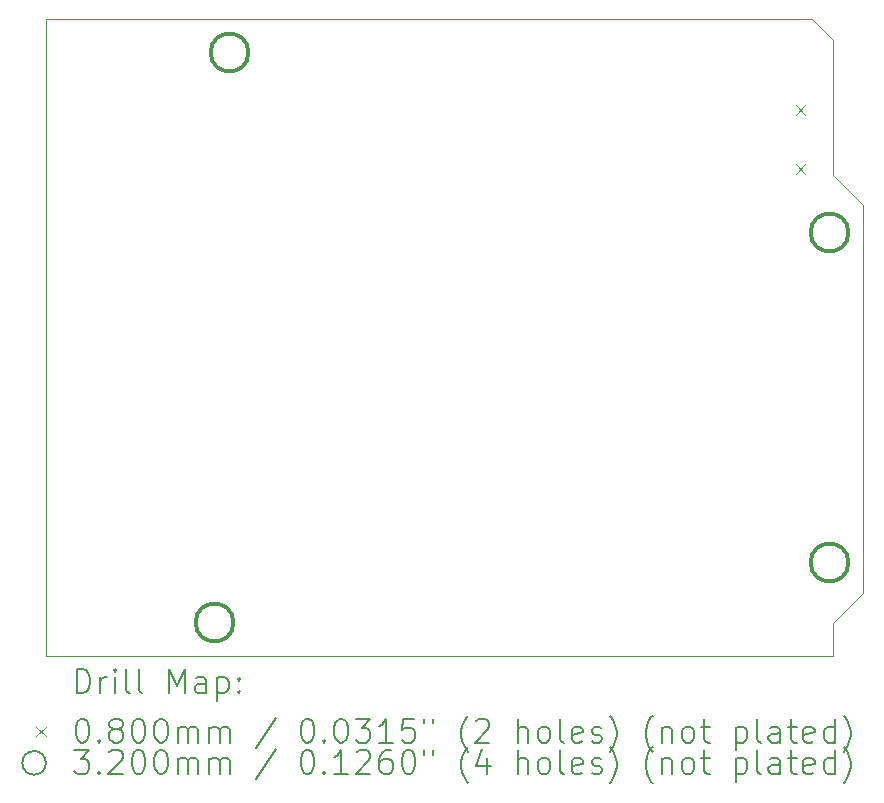
<source format=gbr>
%TF.GenerationSoftware,KiCad,Pcbnew,7.0.6*%
%TF.CreationDate,2024-01-10T01:37:06-05:00*%
%TF.ProjectId,Dynamo,44796e61-6d6f-42e6-9b69-6361645f7063,rev?*%
%TF.SameCoordinates,Original*%
%TF.FileFunction,Drillmap*%
%TF.FilePolarity,Positive*%
%FSLAX45Y45*%
G04 Gerber Fmt 4.5, Leading zero omitted, Abs format (unit mm)*
G04 Created by KiCad (PCBNEW 7.0.6) date 2024-01-10 01:37:06*
%MOMM*%
%LPD*%
G01*
G04 APERTURE LIST*
%ADD10C,0.050000*%
%ADD11C,0.200000*%
%ADD12C,0.080000*%
%ADD13C,0.320000*%
G04 APERTURE END LIST*
D10*
X18825000Y-10270000D02*
X12165000Y-10270000D01*
X19080000Y-9735000D02*
X18825000Y-9990000D01*
X18825000Y-5060000D02*
X18825000Y-6200000D01*
X18825000Y-6200000D02*
X19080000Y-6455000D01*
X18645000Y-4880000D02*
X18825000Y-5060000D01*
X18825000Y-9990000D02*
X18825000Y-10270000D01*
X12165000Y-10270000D02*
X12165000Y-4880000D01*
X19080000Y-6455000D02*
X19080000Y-9735000D01*
X12165000Y-4880000D02*
X18645000Y-4880000D01*
D11*
D12*
X18510000Y-5610000D02*
X18590000Y-5690000D01*
X18590000Y-5610000D02*
X18510000Y-5690000D01*
X18510000Y-6110000D02*
X18590000Y-6190000D01*
X18590000Y-6110000D02*
X18510000Y-6190000D01*
D13*
X13750500Y-9988000D02*
G75*
G03*
X13750500Y-9988000I-160000J0D01*
G01*
X13877500Y-5162000D02*
G75*
G03*
X13877500Y-5162000I-160000J0D01*
G01*
X18957500Y-6686000D02*
G75*
G03*
X18957500Y-6686000I-160000J0D01*
G01*
X18957500Y-9480000D02*
G75*
G03*
X18957500Y-9480000I-160000J0D01*
G01*
D11*
X12423277Y-10583984D02*
X12423277Y-10383984D01*
X12423277Y-10383984D02*
X12470896Y-10383984D01*
X12470896Y-10383984D02*
X12499467Y-10393508D01*
X12499467Y-10393508D02*
X12518515Y-10412555D01*
X12518515Y-10412555D02*
X12528039Y-10431603D01*
X12528039Y-10431603D02*
X12537562Y-10469698D01*
X12537562Y-10469698D02*
X12537562Y-10498270D01*
X12537562Y-10498270D02*
X12528039Y-10536365D01*
X12528039Y-10536365D02*
X12518515Y-10555412D01*
X12518515Y-10555412D02*
X12499467Y-10574460D01*
X12499467Y-10574460D02*
X12470896Y-10583984D01*
X12470896Y-10583984D02*
X12423277Y-10583984D01*
X12623277Y-10583984D02*
X12623277Y-10450650D01*
X12623277Y-10488746D02*
X12632801Y-10469698D01*
X12632801Y-10469698D02*
X12642324Y-10460174D01*
X12642324Y-10460174D02*
X12661372Y-10450650D01*
X12661372Y-10450650D02*
X12680420Y-10450650D01*
X12747086Y-10583984D02*
X12747086Y-10450650D01*
X12747086Y-10383984D02*
X12737562Y-10393508D01*
X12737562Y-10393508D02*
X12747086Y-10403031D01*
X12747086Y-10403031D02*
X12756610Y-10393508D01*
X12756610Y-10393508D02*
X12747086Y-10383984D01*
X12747086Y-10383984D02*
X12747086Y-10403031D01*
X12870896Y-10583984D02*
X12851848Y-10574460D01*
X12851848Y-10574460D02*
X12842324Y-10555412D01*
X12842324Y-10555412D02*
X12842324Y-10383984D01*
X12975658Y-10583984D02*
X12956610Y-10574460D01*
X12956610Y-10574460D02*
X12947086Y-10555412D01*
X12947086Y-10555412D02*
X12947086Y-10383984D01*
X13204229Y-10583984D02*
X13204229Y-10383984D01*
X13204229Y-10383984D02*
X13270896Y-10526841D01*
X13270896Y-10526841D02*
X13337562Y-10383984D01*
X13337562Y-10383984D02*
X13337562Y-10583984D01*
X13518515Y-10583984D02*
X13518515Y-10479222D01*
X13518515Y-10479222D02*
X13508991Y-10460174D01*
X13508991Y-10460174D02*
X13489943Y-10450650D01*
X13489943Y-10450650D02*
X13451848Y-10450650D01*
X13451848Y-10450650D02*
X13432801Y-10460174D01*
X13518515Y-10574460D02*
X13499467Y-10583984D01*
X13499467Y-10583984D02*
X13451848Y-10583984D01*
X13451848Y-10583984D02*
X13432801Y-10574460D01*
X13432801Y-10574460D02*
X13423277Y-10555412D01*
X13423277Y-10555412D02*
X13423277Y-10536365D01*
X13423277Y-10536365D02*
X13432801Y-10517317D01*
X13432801Y-10517317D02*
X13451848Y-10507793D01*
X13451848Y-10507793D02*
X13499467Y-10507793D01*
X13499467Y-10507793D02*
X13518515Y-10498270D01*
X13613753Y-10450650D02*
X13613753Y-10650650D01*
X13613753Y-10460174D02*
X13632801Y-10450650D01*
X13632801Y-10450650D02*
X13670896Y-10450650D01*
X13670896Y-10450650D02*
X13689943Y-10460174D01*
X13689943Y-10460174D02*
X13699467Y-10469698D01*
X13699467Y-10469698D02*
X13708991Y-10488746D01*
X13708991Y-10488746D02*
X13708991Y-10545889D01*
X13708991Y-10545889D02*
X13699467Y-10564936D01*
X13699467Y-10564936D02*
X13689943Y-10574460D01*
X13689943Y-10574460D02*
X13670896Y-10583984D01*
X13670896Y-10583984D02*
X13632801Y-10583984D01*
X13632801Y-10583984D02*
X13613753Y-10574460D01*
X13794705Y-10564936D02*
X13804229Y-10574460D01*
X13804229Y-10574460D02*
X13794705Y-10583984D01*
X13794705Y-10583984D02*
X13785182Y-10574460D01*
X13785182Y-10574460D02*
X13794705Y-10564936D01*
X13794705Y-10564936D02*
X13794705Y-10583984D01*
X13794705Y-10460174D02*
X13804229Y-10469698D01*
X13804229Y-10469698D02*
X13794705Y-10479222D01*
X13794705Y-10479222D02*
X13785182Y-10469698D01*
X13785182Y-10469698D02*
X13794705Y-10460174D01*
X13794705Y-10460174D02*
X13794705Y-10479222D01*
D12*
X12082500Y-10872500D02*
X12162500Y-10952500D01*
X12162500Y-10872500D02*
X12082500Y-10952500D01*
D11*
X12461372Y-10803984D02*
X12480420Y-10803984D01*
X12480420Y-10803984D02*
X12499467Y-10813508D01*
X12499467Y-10813508D02*
X12508991Y-10823031D01*
X12508991Y-10823031D02*
X12518515Y-10842079D01*
X12518515Y-10842079D02*
X12528039Y-10880174D01*
X12528039Y-10880174D02*
X12528039Y-10927793D01*
X12528039Y-10927793D02*
X12518515Y-10965889D01*
X12518515Y-10965889D02*
X12508991Y-10984936D01*
X12508991Y-10984936D02*
X12499467Y-10994460D01*
X12499467Y-10994460D02*
X12480420Y-11003984D01*
X12480420Y-11003984D02*
X12461372Y-11003984D01*
X12461372Y-11003984D02*
X12442324Y-10994460D01*
X12442324Y-10994460D02*
X12432801Y-10984936D01*
X12432801Y-10984936D02*
X12423277Y-10965889D01*
X12423277Y-10965889D02*
X12413753Y-10927793D01*
X12413753Y-10927793D02*
X12413753Y-10880174D01*
X12413753Y-10880174D02*
X12423277Y-10842079D01*
X12423277Y-10842079D02*
X12432801Y-10823031D01*
X12432801Y-10823031D02*
X12442324Y-10813508D01*
X12442324Y-10813508D02*
X12461372Y-10803984D01*
X12613753Y-10984936D02*
X12623277Y-10994460D01*
X12623277Y-10994460D02*
X12613753Y-11003984D01*
X12613753Y-11003984D02*
X12604229Y-10994460D01*
X12604229Y-10994460D02*
X12613753Y-10984936D01*
X12613753Y-10984936D02*
X12613753Y-11003984D01*
X12737562Y-10889698D02*
X12718515Y-10880174D01*
X12718515Y-10880174D02*
X12708991Y-10870650D01*
X12708991Y-10870650D02*
X12699467Y-10851603D01*
X12699467Y-10851603D02*
X12699467Y-10842079D01*
X12699467Y-10842079D02*
X12708991Y-10823031D01*
X12708991Y-10823031D02*
X12718515Y-10813508D01*
X12718515Y-10813508D02*
X12737562Y-10803984D01*
X12737562Y-10803984D02*
X12775658Y-10803984D01*
X12775658Y-10803984D02*
X12794705Y-10813508D01*
X12794705Y-10813508D02*
X12804229Y-10823031D01*
X12804229Y-10823031D02*
X12813753Y-10842079D01*
X12813753Y-10842079D02*
X12813753Y-10851603D01*
X12813753Y-10851603D02*
X12804229Y-10870650D01*
X12804229Y-10870650D02*
X12794705Y-10880174D01*
X12794705Y-10880174D02*
X12775658Y-10889698D01*
X12775658Y-10889698D02*
X12737562Y-10889698D01*
X12737562Y-10889698D02*
X12718515Y-10899222D01*
X12718515Y-10899222D02*
X12708991Y-10908746D01*
X12708991Y-10908746D02*
X12699467Y-10927793D01*
X12699467Y-10927793D02*
X12699467Y-10965889D01*
X12699467Y-10965889D02*
X12708991Y-10984936D01*
X12708991Y-10984936D02*
X12718515Y-10994460D01*
X12718515Y-10994460D02*
X12737562Y-11003984D01*
X12737562Y-11003984D02*
X12775658Y-11003984D01*
X12775658Y-11003984D02*
X12794705Y-10994460D01*
X12794705Y-10994460D02*
X12804229Y-10984936D01*
X12804229Y-10984936D02*
X12813753Y-10965889D01*
X12813753Y-10965889D02*
X12813753Y-10927793D01*
X12813753Y-10927793D02*
X12804229Y-10908746D01*
X12804229Y-10908746D02*
X12794705Y-10899222D01*
X12794705Y-10899222D02*
X12775658Y-10889698D01*
X12937562Y-10803984D02*
X12956610Y-10803984D01*
X12956610Y-10803984D02*
X12975658Y-10813508D01*
X12975658Y-10813508D02*
X12985182Y-10823031D01*
X12985182Y-10823031D02*
X12994705Y-10842079D01*
X12994705Y-10842079D02*
X13004229Y-10880174D01*
X13004229Y-10880174D02*
X13004229Y-10927793D01*
X13004229Y-10927793D02*
X12994705Y-10965889D01*
X12994705Y-10965889D02*
X12985182Y-10984936D01*
X12985182Y-10984936D02*
X12975658Y-10994460D01*
X12975658Y-10994460D02*
X12956610Y-11003984D01*
X12956610Y-11003984D02*
X12937562Y-11003984D01*
X12937562Y-11003984D02*
X12918515Y-10994460D01*
X12918515Y-10994460D02*
X12908991Y-10984936D01*
X12908991Y-10984936D02*
X12899467Y-10965889D01*
X12899467Y-10965889D02*
X12889943Y-10927793D01*
X12889943Y-10927793D02*
X12889943Y-10880174D01*
X12889943Y-10880174D02*
X12899467Y-10842079D01*
X12899467Y-10842079D02*
X12908991Y-10823031D01*
X12908991Y-10823031D02*
X12918515Y-10813508D01*
X12918515Y-10813508D02*
X12937562Y-10803984D01*
X13128039Y-10803984D02*
X13147086Y-10803984D01*
X13147086Y-10803984D02*
X13166134Y-10813508D01*
X13166134Y-10813508D02*
X13175658Y-10823031D01*
X13175658Y-10823031D02*
X13185182Y-10842079D01*
X13185182Y-10842079D02*
X13194705Y-10880174D01*
X13194705Y-10880174D02*
X13194705Y-10927793D01*
X13194705Y-10927793D02*
X13185182Y-10965889D01*
X13185182Y-10965889D02*
X13175658Y-10984936D01*
X13175658Y-10984936D02*
X13166134Y-10994460D01*
X13166134Y-10994460D02*
X13147086Y-11003984D01*
X13147086Y-11003984D02*
X13128039Y-11003984D01*
X13128039Y-11003984D02*
X13108991Y-10994460D01*
X13108991Y-10994460D02*
X13099467Y-10984936D01*
X13099467Y-10984936D02*
X13089943Y-10965889D01*
X13089943Y-10965889D02*
X13080420Y-10927793D01*
X13080420Y-10927793D02*
X13080420Y-10880174D01*
X13080420Y-10880174D02*
X13089943Y-10842079D01*
X13089943Y-10842079D02*
X13099467Y-10823031D01*
X13099467Y-10823031D02*
X13108991Y-10813508D01*
X13108991Y-10813508D02*
X13128039Y-10803984D01*
X13280420Y-11003984D02*
X13280420Y-10870650D01*
X13280420Y-10889698D02*
X13289943Y-10880174D01*
X13289943Y-10880174D02*
X13308991Y-10870650D01*
X13308991Y-10870650D02*
X13337563Y-10870650D01*
X13337563Y-10870650D02*
X13356610Y-10880174D01*
X13356610Y-10880174D02*
X13366134Y-10899222D01*
X13366134Y-10899222D02*
X13366134Y-11003984D01*
X13366134Y-10899222D02*
X13375658Y-10880174D01*
X13375658Y-10880174D02*
X13394705Y-10870650D01*
X13394705Y-10870650D02*
X13423277Y-10870650D01*
X13423277Y-10870650D02*
X13442324Y-10880174D01*
X13442324Y-10880174D02*
X13451848Y-10899222D01*
X13451848Y-10899222D02*
X13451848Y-11003984D01*
X13547086Y-11003984D02*
X13547086Y-10870650D01*
X13547086Y-10889698D02*
X13556610Y-10880174D01*
X13556610Y-10880174D02*
X13575658Y-10870650D01*
X13575658Y-10870650D02*
X13604229Y-10870650D01*
X13604229Y-10870650D02*
X13623277Y-10880174D01*
X13623277Y-10880174D02*
X13632801Y-10899222D01*
X13632801Y-10899222D02*
X13632801Y-11003984D01*
X13632801Y-10899222D02*
X13642324Y-10880174D01*
X13642324Y-10880174D02*
X13661372Y-10870650D01*
X13661372Y-10870650D02*
X13689943Y-10870650D01*
X13689943Y-10870650D02*
X13708991Y-10880174D01*
X13708991Y-10880174D02*
X13718515Y-10899222D01*
X13718515Y-10899222D02*
X13718515Y-11003984D01*
X14108991Y-10794460D02*
X13937563Y-11051603D01*
X14366134Y-10803984D02*
X14385182Y-10803984D01*
X14385182Y-10803984D02*
X14404229Y-10813508D01*
X14404229Y-10813508D02*
X14413753Y-10823031D01*
X14413753Y-10823031D02*
X14423277Y-10842079D01*
X14423277Y-10842079D02*
X14432801Y-10880174D01*
X14432801Y-10880174D02*
X14432801Y-10927793D01*
X14432801Y-10927793D02*
X14423277Y-10965889D01*
X14423277Y-10965889D02*
X14413753Y-10984936D01*
X14413753Y-10984936D02*
X14404229Y-10994460D01*
X14404229Y-10994460D02*
X14385182Y-11003984D01*
X14385182Y-11003984D02*
X14366134Y-11003984D01*
X14366134Y-11003984D02*
X14347086Y-10994460D01*
X14347086Y-10994460D02*
X14337563Y-10984936D01*
X14337563Y-10984936D02*
X14328039Y-10965889D01*
X14328039Y-10965889D02*
X14318515Y-10927793D01*
X14318515Y-10927793D02*
X14318515Y-10880174D01*
X14318515Y-10880174D02*
X14328039Y-10842079D01*
X14328039Y-10842079D02*
X14337563Y-10823031D01*
X14337563Y-10823031D02*
X14347086Y-10813508D01*
X14347086Y-10813508D02*
X14366134Y-10803984D01*
X14518515Y-10984936D02*
X14528039Y-10994460D01*
X14528039Y-10994460D02*
X14518515Y-11003984D01*
X14518515Y-11003984D02*
X14508991Y-10994460D01*
X14508991Y-10994460D02*
X14518515Y-10984936D01*
X14518515Y-10984936D02*
X14518515Y-11003984D01*
X14651848Y-10803984D02*
X14670896Y-10803984D01*
X14670896Y-10803984D02*
X14689944Y-10813508D01*
X14689944Y-10813508D02*
X14699467Y-10823031D01*
X14699467Y-10823031D02*
X14708991Y-10842079D01*
X14708991Y-10842079D02*
X14718515Y-10880174D01*
X14718515Y-10880174D02*
X14718515Y-10927793D01*
X14718515Y-10927793D02*
X14708991Y-10965889D01*
X14708991Y-10965889D02*
X14699467Y-10984936D01*
X14699467Y-10984936D02*
X14689944Y-10994460D01*
X14689944Y-10994460D02*
X14670896Y-11003984D01*
X14670896Y-11003984D02*
X14651848Y-11003984D01*
X14651848Y-11003984D02*
X14632801Y-10994460D01*
X14632801Y-10994460D02*
X14623277Y-10984936D01*
X14623277Y-10984936D02*
X14613753Y-10965889D01*
X14613753Y-10965889D02*
X14604229Y-10927793D01*
X14604229Y-10927793D02*
X14604229Y-10880174D01*
X14604229Y-10880174D02*
X14613753Y-10842079D01*
X14613753Y-10842079D02*
X14623277Y-10823031D01*
X14623277Y-10823031D02*
X14632801Y-10813508D01*
X14632801Y-10813508D02*
X14651848Y-10803984D01*
X14785182Y-10803984D02*
X14908991Y-10803984D01*
X14908991Y-10803984D02*
X14842325Y-10880174D01*
X14842325Y-10880174D02*
X14870896Y-10880174D01*
X14870896Y-10880174D02*
X14889944Y-10889698D01*
X14889944Y-10889698D02*
X14899467Y-10899222D01*
X14899467Y-10899222D02*
X14908991Y-10918270D01*
X14908991Y-10918270D02*
X14908991Y-10965889D01*
X14908991Y-10965889D02*
X14899467Y-10984936D01*
X14899467Y-10984936D02*
X14889944Y-10994460D01*
X14889944Y-10994460D02*
X14870896Y-11003984D01*
X14870896Y-11003984D02*
X14813753Y-11003984D01*
X14813753Y-11003984D02*
X14794706Y-10994460D01*
X14794706Y-10994460D02*
X14785182Y-10984936D01*
X15099467Y-11003984D02*
X14985182Y-11003984D01*
X15042325Y-11003984D02*
X15042325Y-10803984D01*
X15042325Y-10803984D02*
X15023277Y-10832555D01*
X15023277Y-10832555D02*
X15004229Y-10851603D01*
X15004229Y-10851603D02*
X14985182Y-10861127D01*
X15280420Y-10803984D02*
X15185182Y-10803984D01*
X15185182Y-10803984D02*
X15175658Y-10899222D01*
X15175658Y-10899222D02*
X15185182Y-10889698D01*
X15185182Y-10889698D02*
X15204229Y-10880174D01*
X15204229Y-10880174D02*
X15251848Y-10880174D01*
X15251848Y-10880174D02*
X15270896Y-10889698D01*
X15270896Y-10889698D02*
X15280420Y-10899222D01*
X15280420Y-10899222D02*
X15289944Y-10918270D01*
X15289944Y-10918270D02*
X15289944Y-10965889D01*
X15289944Y-10965889D02*
X15280420Y-10984936D01*
X15280420Y-10984936D02*
X15270896Y-10994460D01*
X15270896Y-10994460D02*
X15251848Y-11003984D01*
X15251848Y-11003984D02*
X15204229Y-11003984D01*
X15204229Y-11003984D02*
X15185182Y-10994460D01*
X15185182Y-10994460D02*
X15175658Y-10984936D01*
X15366134Y-10803984D02*
X15366134Y-10842079D01*
X15442325Y-10803984D02*
X15442325Y-10842079D01*
X15737563Y-11080174D02*
X15728039Y-11070650D01*
X15728039Y-11070650D02*
X15708991Y-11042079D01*
X15708991Y-11042079D02*
X15699468Y-11023031D01*
X15699468Y-11023031D02*
X15689944Y-10994460D01*
X15689944Y-10994460D02*
X15680420Y-10946841D01*
X15680420Y-10946841D02*
X15680420Y-10908746D01*
X15680420Y-10908746D02*
X15689944Y-10861127D01*
X15689944Y-10861127D02*
X15699468Y-10832555D01*
X15699468Y-10832555D02*
X15708991Y-10813508D01*
X15708991Y-10813508D02*
X15728039Y-10784936D01*
X15728039Y-10784936D02*
X15737563Y-10775412D01*
X15804229Y-10823031D02*
X15813753Y-10813508D01*
X15813753Y-10813508D02*
X15832801Y-10803984D01*
X15832801Y-10803984D02*
X15880420Y-10803984D01*
X15880420Y-10803984D02*
X15899468Y-10813508D01*
X15899468Y-10813508D02*
X15908991Y-10823031D01*
X15908991Y-10823031D02*
X15918515Y-10842079D01*
X15918515Y-10842079D02*
X15918515Y-10861127D01*
X15918515Y-10861127D02*
X15908991Y-10889698D01*
X15908991Y-10889698D02*
X15794706Y-11003984D01*
X15794706Y-11003984D02*
X15918515Y-11003984D01*
X16156610Y-11003984D02*
X16156610Y-10803984D01*
X16242325Y-11003984D02*
X16242325Y-10899222D01*
X16242325Y-10899222D02*
X16232801Y-10880174D01*
X16232801Y-10880174D02*
X16213753Y-10870650D01*
X16213753Y-10870650D02*
X16185182Y-10870650D01*
X16185182Y-10870650D02*
X16166134Y-10880174D01*
X16166134Y-10880174D02*
X16156610Y-10889698D01*
X16366134Y-11003984D02*
X16347087Y-10994460D01*
X16347087Y-10994460D02*
X16337563Y-10984936D01*
X16337563Y-10984936D02*
X16328039Y-10965889D01*
X16328039Y-10965889D02*
X16328039Y-10908746D01*
X16328039Y-10908746D02*
X16337563Y-10889698D01*
X16337563Y-10889698D02*
X16347087Y-10880174D01*
X16347087Y-10880174D02*
X16366134Y-10870650D01*
X16366134Y-10870650D02*
X16394706Y-10870650D01*
X16394706Y-10870650D02*
X16413753Y-10880174D01*
X16413753Y-10880174D02*
X16423277Y-10889698D01*
X16423277Y-10889698D02*
X16432801Y-10908746D01*
X16432801Y-10908746D02*
X16432801Y-10965889D01*
X16432801Y-10965889D02*
X16423277Y-10984936D01*
X16423277Y-10984936D02*
X16413753Y-10994460D01*
X16413753Y-10994460D02*
X16394706Y-11003984D01*
X16394706Y-11003984D02*
X16366134Y-11003984D01*
X16547087Y-11003984D02*
X16528039Y-10994460D01*
X16528039Y-10994460D02*
X16518515Y-10975412D01*
X16518515Y-10975412D02*
X16518515Y-10803984D01*
X16699468Y-10994460D02*
X16680420Y-11003984D01*
X16680420Y-11003984D02*
X16642325Y-11003984D01*
X16642325Y-11003984D02*
X16623277Y-10994460D01*
X16623277Y-10994460D02*
X16613753Y-10975412D01*
X16613753Y-10975412D02*
X16613753Y-10899222D01*
X16613753Y-10899222D02*
X16623277Y-10880174D01*
X16623277Y-10880174D02*
X16642325Y-10870650D01*
X16642325Y-10870650D02*
X16680420Y-10870650D01*
X16680420Y-10870650D02*
X16699468Y-10880174D01*
X16699468Y-10880174D02*
X16708991Y-10899222D01*
X16708991Y-10899222D02*
X16708991Y-10918270D01*
X16708991Y-10918270D02*
X16613753Y-10937317D01*
X16785182Y-10994460D02*
X16804230Y-11003984D01*
X16804230Y-11003984D02*
X16842325Y-11003984D01*
X16842325Y-11003984D02*
X16861373Y-10994460D01*
X16861373Y-10994460D02*
X16870896Y-10975412D01*
X16870896Y-10975412D02*
X16870896Y-10965889D01*
X16870896Y-10965889D02*
X16861373Y-10946841D01*
X16861373Y-10946841D02*
X16842325Y-10937317D01*
X16842325Y-10937317D02*
X16813753Y-10937317D01*
X16813753Y-10937317D02*
X16794706Y-10927793D01*
X16794706Y-10927793D02*
X16785182Y-10908746D01*
X16785182Y-10908746D02*
X16785182Y-10899222D01*
X16785182Y-10899222D02*
X16794706Y-10880174D01*
X16794706Y-10880174D02*
X16813753Y-10870650D01*
X16813753Y-10870650D02*
X16842325Y-10870650D01*
X16842325Y-10870650D02*
X16861373Y-10880174D01*
X16937563Y-11080174D02*
X16947087Y-11070650D01*
X16947087Y-11070650D02*
X16966134Y-11042079D01*
X16966134Y-11042079D02*
X16975658Y-11023031D01*
X16975658Y-11023031D02*
X16985182Y-10994460D01*
X16985182Y-10994460D02*
X16994706Y-10946841D01*
X16994706Y-10946841D02*
X16994706Y-10908746D01*
X16994706Y-10908746D02*
X16985182Y-10861127D01*
X16985182Y-10861127D02*
X16975658Y-10832555D01*
X16975658Y-10832555D02*
X16966134Y-10813508D01*
X16966134Y-10813508D02*
X16947087Y-10784936D01*
X16947087Y-10784936D02*
X16937563Y-10775412D01*
X17299468Y-11080174D02*
X17289944Y-11070650D01*
X17289944Y-11070650D02*
X17270896Y-11042079D01*
X17270896Y-11042079D02*
X17261373Y-11023031D01*
X17261373Y-11023031D02*
X17251849Y-10994460D01*
X17251849Y-10994460D02*
X17242325Y-10946841D01*
X17242325Y-10946841D02*
X17242325Y-10908746D01*
X17242325Y-10908746D02*
X17251849Y-10861127D01*
X17251849Y-10861127D02*
X17261373Y-10832555D01*
X17261373Y-10832555D02*
X17270896Y-10813508D01*
X17270896Y-10813508D02*
X17289944Y-10784936D01*
X17289944Y-10784936D02*
X17299468Y-10775412D01*
X17375658Y-10870650D02*
X17375658Y-11003984D01*
X17375658Y-10889698D02*
X17385182Y-10880174D01*
X17385182Y-10880174D02*
X17404230Y-10870650D01*
X17404230Y-10870650D02*
X17432801Y-10870650D01*
X17432801Y-10870650D02*
X17451849Y-10880174D01*
X17451849Y-10880174D02*
X17461373Y-10899222D01*
X17461373Y-10899222D02*
X17461373Y-11003984D01*
X17585182Y-11003984D02*
X17566134Y-10994460D01*
X17566134Y-10994460D02*
X17556611Y-10984936D01*
X17556611Y-10984936D02*
X17547087Y-10965889D01*
X17547087Y-10965889D02*
X17547087Y-10908746D01*
X17547087Y-10908746D02*
X17556611Y-10889698D01*
X17556611Y-10889698D02*
X17566134Y-10880174D01*
X17566134Y-10880174D02*
X17585182Y-10870650D01*
X17585182Y-10870650D02*
X17613754Y-10870650D01*
X17613754Y-10870650D02*
X17632801Y-10880174D01*
X17632801Y-10880174D02*
X17642325Y-10889698D01*
X17642325Y-10889698D02*
X17651849Y-10908746D01*
X17651849Y-10908746D02*
X17651849Y-10965889D01*
X17651849Y-10965889D02*
X17642325Y-10984936D01*
X17642325Y-10984936D02*
X17632801Y-10994460D01*
X17632801Y-10994460D02*
X17613754Y-11003984D01*
X17613754Y-11003984D02*
X17585182Y-11003984D01*
X17708992Y-10870650D02*
X17785182Y-10870650D01*
X17737563Y-10803984D02*
X17737563Y-10975412D01*
X17737563Y-10975412D02*
X17747087Y-10994460D01*
X17747087Y-10994460D02*
X17766134Y-11003984D01*
X17766134Y-11003984D02*
X17785182Y-11003984D01*
X18004230Y-10870650D02*
X18004230Y-11070650D01*
X18004230Y-10880174D02*
X18023277Y-10870650D01*
X18023277Y-10870650D02*
X18061373Y-10870650D01*
X18061373Y-10870650D02*
X18080420Y-10880174D01*
X18080420Y-10880174D02*
X18089944Y-10889698D01*
X18089944Y-10889698D02*
X18099468Y-10908746D01*
X18099468Y-10908746D02*
X18099468Y-10965889D01*
X18099468Y-10965889D02*
X18089944Y-10984936D01*
X18089944Y-10984936D02*
X18080420Y-10994460D01*
X18080420Y-10994460D02*
X18061373Y-11003984D01*
X18061373Y-11003984D02*
X18023277Y-11003984D01*
X18023277Y-11003984D02*
X18004230Y-10994460D01*
X18213754Y-11003984D02*
X18194706Y-10994460D01*
X18194706Y-10994460D02*
X18185182Y-10975412D01*
X18185182Y-10975412D02*
X18185182Y-10803984D01*
X18375658Y-11003984D02*
X18375658Y-10899222D01*
X18375658Y-10899222D02*
X18366135Y-10880174D01*
X18366135Y-10880174D02*
X18347087Y-10870650D01*
X18347087Y-10870650D02*
X18308992Y-10870650D01*
X18308992Y-10870650D02*
X18289944Y-10880174D01*
X18375658Y-10994460D02*
X18356611Y-11003984D01*
X18356611Y-11003984D02*
X18308992Y-11003984D01*
X18308992Y-11003984D02*
X18289944Y-10994460D01*
X18289944Y-10994460D02*
X18280420Y-10975412D01*
X18280420Y-10975412D02*
X18280420Y-10956365D01*
X18280420Y-10956365D02*
X18289944Y-10937317D01*
X18289944Y-10937317D02*
X18308992Y-10927793D01*
X18308992Y-10927793D02*
X18356611Y-10927793D01*
X18356611Y-10927793D02*
X18375658Y-10918270D01*
X18442325Y-10870650D02*
X18518515Y-10870650D01*
X18470896Y-10803984D02*
X18470896Y-10975412D01*
X18470896Y-10975412D02*
X18480420Y-10994460D01*
X18480420Y-10994460D02*
X18499468Y-11003984D01*
X18499468Y-11003984D02*
X18518515Y-11003984D01*
X18661373Y-10994460D02*
X18642325Y-11003984D01*
X18642325Y-11003984D02*
X18604230Y-11003984D01*
X18604230Y-11003984D02*
X18585182Y-10994460D01*
X18585182Y-10994460D02*
X18575658Y-10975412D01*
X18575658Y-10975412D02*
X18575658Y-10899222D01*
X18575658Y-10899222D02*
X18585182Y-10880174D01*
X18585182Y-10880174D02*
X18604230Y-10870650D01*
X18604230Y-10870650D02*
X18642325Y-10870650D01*
X18642325Y-10870650D02*
X18661373Y-10880174D01*
X18661373Y-10880174D02*
X18670896Y-10899222D01*
X18670896Y-10899222D02*
X18670896Y-10918270D01*
X18670896Y-10918270D02*
X18575658Y-10937317D01*
X18842325Y-11003984D02*
X18842325Y-10803984D01*
X18842325Y-10994460D02*
X18823277Y-11003984D01*
X18823277Y-11003984D02*
X18785182Y-11003984D01*
X18785182Y-11003984D02*
X18766135Y-10994460D01*
X18766135Y-10994460D02*
X18756611Y-10984936D01*
X18756611Y-10984936D02*
X18747087Y-10965889D01*
X18747087Y-10965889D02*
X18747087Y-10908746D01*
X18747087Y-10908746D02*
X18756611Y-10889698D01*
X18756611Y-10889698D02*
X18766135Y-10880174D01*
X18766135Y-10880174D02*
X18785182Y-10870650D01*
X18785182Y-10870650D02*
X18823277Y-10870650D01*
X18823277Y-10870650D02*
X18842325Y-10880174D01*
X18918516Y-11080174D02*
X18928039Y-11070650D01*
X18928039Y-11070650D02*
X18947087Y-11042079D01*
X18947087Y-11042079D02*
X18956611Y-11023031D01*
X18956611Y-11023031D02*
X18966135Y-10994460D01*
X18966135Y-10994460D02*
X18975658Y-10946841D01*
X18975658Y-10946841D02*
X18975658Y-10908746D01*
X18975658Y-10908746D02*
X18966135Y-10861127D01*
X18966135Y-10861127D02*
X18956611Y-10832555D01*
X18956611Y-10832555D02*
X18947087Y-10813508D01*
X18947087Y-10813508D02*
X18928039Y-10784936D01*
X18928039Y-10784936D02*
X18918516Y-10775412D01*
X12162500Y-11176500D02*
G75*
G03*
X12162500Y-11176500I-100000J0D01*
G01*
X12404229Y-11067984D02*
X12528039Y-11067984D01*
X12528039Y-11067984D02*
X12461372Y-11144174D01*
X12461372Y-11144174D02*
X12489943Y-11144174D01*
X12489943Y-11144174D02*
X12508991Y-11153698D01*
X12508991Y-11153698D02*
X12518515Y-11163222D01*
X12518515Y-11163222D02*
X12528039Y-11182270D01*
X12528039Y-11182270D02*
X12528039Y-11229888D01*
X12528039Y-11229888D02*
X12518515Y-11248936D01*
X12518515Y-11248936D02*
X12508991Y-11258460D01*
X12508991Y-11258460D02*
X12489943Y-11267984D01*
X12489943Y-11267984D02*
X12432801Y-11267984D01*
X12432801Y-11267984D02*
X12413753Y-11258460D01*
X12413753Y-11258460D02*
X12404229Y-11248936D01*
X12613753Y-11248936D02*
X12623277Y-11258460D01*
X12623277Y-11258460D02*
X12613753Y-11267984D01*
X12613753Y-11267984D02*
X12604229Y-11258460D01*
X12604229Y-11258460D02*
X12613753Y-11248936D01*
X12613753Y-11248936D02*
X12613753Y-11267984D01*
X12699467Y-11087031D02*
X12708991Y-11077508D01*
X12708991Y-11077508D02*
X12728039Y-11067984D01*
X12728039Y-11067984D02*
X12775658Y-11067984D01*
X12775658Y-11067984D02*
X12794705Y-11077508D01*
X12794705Y-11077508D02*
X12804229Y-11087031D01*
X12804229Y-11087031D02*
X12813753Y-11106079D01*
X12813753Y-11106079D02*
X12813753Y-11125127D01*
X12813753Y-11125127D02*
X12804229Y-11153698D01*
X12804229Y-11153698D02*
X12689943Y-11267984D01*
X12689943Y-11267984D02*
X12813753Y-11267984D01*
X12937562Y-11067984D02*
X12956610Y-11067984D01*
X12956610Y-11067984D02*
X12975658Y-11077508D01*
X12975658Y-11077508D02*
X12985182Y-11087031D01*
X12985182Y-11087031D02*
X12994705Y-11106079D01*
X12994705Y-11106079D02*
X13004229Y-11144174D01*
X13004229Y-11144174D02*
X13004229Y-11191793D01*
X13004229Y-11191793D02*
X12994705Y-11229888D01*
X12994705Y-11229888D02*
X12985182Y-11248936D01*
X12985182Y-11248936D02*
X12975658Y-11258460D01*
X12975658Y-11258460D02*
X12956610Y-11267984D01*
X12956610Y-11267984D02*
X12937562Y-11267984D01*
X12937562Y-11267984D02*
X12918515Y-11258460D01*
X12918515Y-11258460D02*
X12908991Y-11248936D01*
X12908991Y-11248936D02*
X12899467Y-11229888D01*
X12899467Y-11229888D02*
X12889943Y-11191793D01*
X12889943Y-11191793D02*
X12889943Y-11144174D01*
X12889943Y-11144174D02*
X12899467Y-11106079D01*
X12899467Y-11106079D02*
X12908991Y-11087031D01*
X12908991Y-11087031D02*
X12918515Y-11077508D01*
X12918515Y-11077508D02*
X12937562Y-11067984D01*
X13128039Y-11067984D02*
X13147086Y-11067984D01*
X13147086Y-11067984D02*
X13166134Y-11077508D01*
X13166134Y-11077508D02*
X13175658Y-11087031D01*
X13175658Y-11087031D02*
X13185182Y-11106079D01*
X13185182Y-11106079D02*
X13194705Y-11144174D01*
X13194705Y-11144174D02*
X13194705Y-11191793D01*
X13194705Y-11191793D02*
X13185182Y-11229888D01*
X13185182Y-11229888D02*
X13175658Y-11248936D01*
X13175658Y-11248936D02*
X13166134Y-11258460D01*
X13166134Y-11258460D02*
X13147086Y-11267984D01*
X13147086Y-11267984D02*
X13128039Y-11267984D01*
X13128039Y-11267984D02*
X13108991Y-11258460D01*
X13108991Y-11258460D02*
X13099467Y-11248936D01*
X13099467Y-11248936D02*
X13089943Y-11229888D01*
X13089943Y-11229888D02*
X13080420Y-11191793D01*
X13080420Y-11191793D02*
X13080420Y-11144174D01*
X13080420Y-11144174D02*
X13089943Y-11106079D01*
X13089943Y-11106079D02*
X13099467Y-11087031D01*
X13099467Y-11087031D02*
X13108991Y-11077508D01*
X13108991Y-11077508D02*
X13128039Y-11067984D01*
X13280420Y-11267984D02*
X13280420Y-11134650D01*
X13280420Y-11153698D02*
X13289943Y-11144174D01*
X13289943Y-11144174D02*
X13308991Y-11134650D01*
X13308991Y-11134650D02*
X13337563Y-11134650D01*
X13337563Y-11134650D02*
X13356610Y-11144174D01*
X13356610Y-11144174D02*
X13366134Y-11163222D01*
X13366134Y-11163222D02*
X13366134Y-11267984D01*
X13366134Y-11163222D02*
X13375658Y-11144174D01*
X13375658Y-11144174D02*
X13394705Y-11134650D01*
X13394705Y-11134650D02*
X13423277Y-11134650D01*
X13423277Y-11134650D02*
X13442324Y-11144174D01*
X13442324Y-11144174D02*
X13451848Y-11163222D01*
X13451848Y-11163222D02*
X13451848Y-11267984D01*
X13547086Y-11267984D02*
X13547086Y-11134650D01*
X13547086Y-11153698D02*
X13556610Y-11144174D01*
X13556610Y-11144174D02*
X13575658Y-11134650D01*
X13575658Y-11134650D02*
X13604229Y-11134650D01*
X13604229Y-11134650D02*
X13623277Y-11144174D01*
X13623277Y-11144174D02*
X13632801Y-11163222D01*
X13632801Y-11163222D02*
X13632801Y-11267984D01*
X13632801Y-11163222D02*
X13642324Y-11144174D01*
X13642324Y-11144174D02*
X13661372Y-11134650D01*
X13661372Y-11134650D02*
X13689943Y-11134650D01*
X13689943Y-11134650D02*
X13708991Y-11144174D01*
X13708991Y-11144174D02*
X13718515Y-11163222D01*
X13718515Y-11163222D02*
X13718515Y-11267984D01*
X14108991Y-11058460D02*
X13937563Y-11315603D01*
X14366134Y-11067984D02*
X14385182Y-11067984D01*
X14385182Y-11067984D02*
X14404229Y-11077508D01*
X14404229Y-11077508D02*
X14413753Y-11087031D01*
X14413753Y-11087031D02*
X14423277Y-11106079D01*
X14423277Y-11106079D02*
X14432801Y-11144174D01*
X14432801Y-11144174D02*
X14432801Y-11191793D01*
X14432801Y-11191793D02*
X14423277Y-11229888D01*
X14423277Y-11229888D02*
X14413753Y-11248936D01*
X14413753Y-11248936D02*
X14404229Y-11258460D01*
X14404229Y-11258460D02*
X14385182Y-11267984D01*
X14385182Y-11267984D02*
X14366134Y-11267984D01*
X14366134Y-11267984D02*
X14347086Y-11258460D01*
X14347086Y-11258460D02*
X14337563Y-11248936D01*
X14337563Y-11248936D02*
X14328039Y-11229888D01*
X14328039Y-11229888D02*
X14318515Y-11191793D01*
X14318515Y-11191793D02*
X14318515Y-11144174D01*
X14318515Y-11144174D02*
X14328039Y-11106079D01*
X14328039Y-11106079D02*
X14337563Y-11087031D01*
X14337563Y-11087031D02*
X14347086Y-11077508D01*
X14347086Y-11077508D02*
X14366134Y-11067984D01*
X14518515Y-11248936D02*
X14528039Y-11258460D01*
X14528039Y-11258460D02*
X14518515Y-11267984D01*
X14518515Y-11267984D02*
X14508991Y-11258460D01*
X14508991Y-11258460D02*
X14518515Y-11248936D01*
X14518515Y-11248936D02*
X14518515Y-11267984D01*
X14718515Y-11267984D02*
X14604229Y-11267984D01*
X14661372Y-11267984D02*
X14661372Y-11067984D01*
X14661372Y-11067984D02*
X14642325Y-11096555D01*
X14642325Y-11096555D02*
X14623277Y-11115603D01*
X14623277Y-11115603D02*
X14604229Y-11125127D01*
X14794706Y-11087031D02*
X14804229Y-11077508D01*
X14804229Y-11077508D02*
X14823277Y-11067984D01*
X14823277Y-11067984D02*
X14870896Y-11067984D01*
X14870896Y-11067984D02*
X14889944Y-11077508D01*
X14889944Y-11077508D02*
X14899467Y-11087031D01*
X14899467Y-11087031D02*
X14908991Y-11106079D01*
X14908991Y-11106079D02*
X14908991Y-11125127D01*
X14908991Y-11125127D02*
X14899467Y-11153698D01*
X14899467Y-11153698D02*
X14785182Y-11267984D01*
X14785182Y-11267984D02*
X14908991Y-11267984D01*
X15080420Y-11067984D02*
X15042325Y-11067984D01*
X15042325Y-11067984D02*
X15023277Y-11077508D01*
X15023277Y-11077508D02*
X15013753Y-11087031D01*
X15013753Y-11087031D02*
X14994706Y-11115603D01*
X14994706Y-11115603D02*
X14985182Y-11153698D01*
X14985182Y-11153698D02*
X14985182Y-11229888D01*
X14985182Y-11229888D02*
X14994706Y-11248936D01*
X14994706Y-11248936D02*
X15004229Y-11258460D01*
X15004229Y-11258460D02*
X15023277Y-11267984D01*
X15023277Y-11267984D02*
X15061372Y-11267984D01*
X15061372Y-11267984D02*
X15080420Y-11258460D01*
X15080420Y-11258460D02*
X15089944Y-11248936D01*
X15089944Y-11248936D02*
X15099467Y-11229888D01*
X15099467Y-11229888D02*
X15099467Y-11182270D01*
X15099467Y-11182270D02*
X15089944Y-11163222D01*
X15089944Y-11163222D02*
X15080420Y-11153698D01*
X15080420Y-11153698D02*
X15061372Y-11144174D01*
X15061372Y-11144174D02*
X15023277Y-11144174D01*
X15023277Y-11144174D02*
X15004229Y-11153698D01*
X15004229Y-11153698D02*
X14994706Y-11163222D01*
X14994706Y-11163222D02*
X14985182Y-11182270D01*
X15223277Y-11067984D02*
X15242325Y-11067984D01*
X15242325Y-11067984D02*
X15261372Y-11077508D01*
X15261372Y-11077508D02*
X15270896Y-11087031D01*
X15270896Y-11087031D02*
X15280420Y-11106079D01*
X15280420Y-11106079D02*
X15289944Y-11144174D01*
X15289944Y-11144174D02*
X15289944Y-11191793D01*
X15289944Y-11191793D02*
X15280420Y-11229888D01*
X15280420Y-11229888D02*
X15270896Y-11248936D01*
X15270896Y-11248936D02*
X15261372Y-11258460D01*
X15261372Y-11258460D02*
X15242325Y-11267984D01*
X15242325Y-11267984D02*
X15223277Y-11267984D01*
X15223277Y-11267984D02*
X15204229Y-11258460D01*
X15204229Y-11258460D02*
X15194706Y-11248936D01*
X15194706Y-11248936D02*
X15185182Y-11229888D01*
X15185182Y-11229888D02*
X15175658Y-11191793D01*
X15175658Y-11191793D02*
X15175658Y-11144174D01*
X15175658Y-11144174D02*
X15185182Y-11106079D01*
X15185182Y-11106079D02*
X15194706Y-11087031D01*
X15194706Y-11087031D02*
X15204229Y-11077508D01*
X15204229Y-11077508D02*
X15223277Y-11067984D01*
X15366134Y-11067984D02*
X15366134Y-11106079D01*
X15442325Y-11067984D02*
X15442325Y-11106079D01*
X15737563Y-11344174D02*
X15728039Y-11334650D01*
X15728039Y-11334650D02*
X15708991Y-11306079D01*
X15708991Y-11306079D02*
X15699468Y-11287031D01*
X15699468Y-11287031D02*
X15689944Y-11258460D01*
X15689944Y-11258460D02*
X15680420Y-11210841D01*
X15680420Y-11210841D02*
X15680420Y-11172746D01*
X15680420Y-11172746D02*
X15689944Y-11125127D01*
X15689944Y-11125127D02*
X15699468Y-11096555D01*
X15699468Y-11096555D02*
X15708991Y-11077508D01*
X15708991Y-11077508D02*
X15728039Y-11048936D01*
X15728039Y-11048936D02*
X15737563Y-11039412D01*
X15899468Y-11134650D02*
X15899468Y-11267984D01*
X15851848Y-11058460D02*
X15804229Y-11201317D01*
X15804229Y-11201317D02*
X15928039Y-11201317D01*
X16156610Y-11267984D02*
X16156610Y-11067984D01*
X16242325Y-11267984D02*
X16242325Y-11163222D01*
X16242325Y-11163222D02*
X16232801Y-11144174D01*
X16232801Y-11144174D02*
X16213753Y-11134650D01*
X16213753Y-11134650D02*
X16185182Y-11134650D01*
X16185182Y-11134650D02*
X16166134Y-11144174D01*
X16166134Y-11144174D02*
X16156610Y-11153698D01*
X16366134Y-11267984D02*
X16347087Y-11258460D01*
X16347087Y-11258460D02*
X16337563Y-11248936D01*
X16337563Y-11248936D02*
X16328039Y-11229888D01*
X16328039Y-11229888D02*
X16328039Y-11172746D01*
X16328039Y-11172746D02*
X16337563Y-11153698D01*
X16337563Y-11153698D02*
X16347087Y-11144174D01*
X16347087Y-11144174D02*
X16366134Y-11134650D01*
X16366134Y-11134650D02*
X16394706Y-11134650D01*
X16394706Y-11134650D02*
X16413753Y-11144174D01*
X16413753Y-11144174D02*
X16423277Y-11153698D01*
X16423277Y-11153698D02*
X16432801Y-11172746D01*
X16432801Y-11172746D02*
X16432801Y-11229888D01*
X16432801Y-11229888D02*
X16423277Y-11248936D01*
X16423277Y-11248936D02*
X16413753Y-11258460D01*
X16413753Y-11258460D02*
X16394706Y-11267984D01*
X16394706Y-11267984D02*
X16366134Y-11267984D01*
X16547087Y-11267984D02*
X16528039Y-11258460D01*
X16528039Y-11258460D02*
X16518515Y-11239412D01*
X16518515Y-11239412D02*
X16518515Y-11067984D01*
X16699468Y-11258460D02*
X16680420Y-11267984D01*
X16680420Y-11267984D02*
X16642325Y-11267984D01*
X16642325Y-11267984D02*
X16623277Y-11258460D01*
X16623277Y-11258460D02*
X16613753Y-11239412D01*
X16613753Y-11239412D02*
X16613753Y-11163222D01*
X16613753Y-11163222D02*
X16623277Y-11144174D01*
X16623277Y-11144174D02*
X16642325Y-11134650D01*
X16642325Y-11134650D02*
X16680420Y-11134650D01*
X16680420Y-11134650D02*
X16699468Y-11144174D01*
X16699468Y-11144174D02*
X16708991Y-11163222D01*
X16708991Y-11163222D02*
X16708991Y-11182270D01*
X16708991Y-11182270D02*
X16613753Y-11201317D01*
X16785182Y-11258460D02*
X16804230Y-11267984D01*
X16804230Y-11267984D02*
X16842325Y-11267984D01*
X16842325Y-11267984D02*
X16861373Y-11258460D01*
X16861373Y-11258460D02*
X16870896Y-11239412D01*
X16870896Y-11239412D02*
X16870896Y-11229888D01*
X16870896Y-11229888D02*
X16861373Y-11210841D01*
X16861373Y-11210841D02*
X16842325Y-11201317D01*
X16842325Y-11201317D02*
X16813753Y-11201317D01*
X16813753Y-11201317D02*
X16794706Y-11191793D01*
X16794706Y-11191793D02*
X16785182Y-11172746D01*
X16785182Y-11172746D02*
X16785182Y-11163222D01*
X16785182Y-11163222D02*
X16794706Y-11144174D01*
X16794706Y-11144174D02*
X16813753Y-11134650D01*
X16813753Y-11134650D02*
X16842325Y-11134650D01*
X16842325Y-11134650D02*
X16861373Y-11144174D01*
X16937563Y-11344174D02*
X16947087Y-11334650D01*
X16947087Y-11334650D02*
X16966134Y-11306079D01*
X16966134Y-11306079D02*
X16975658Y-11287031D01*
X16975658Y-11287031D02*
X16985182Y-11258460D01*
X16985182Y-11258460D02*
X16994706Y-11210841D01*
X16994706Y-11210841D02*
X16994706Y-11172746D01*
X16994706Y-11172746D02*
X16985182Y-11125127D01*
X16985182Y-11125127D02*
X16975658Y-11096555D01*
X16975658Y-11096555D02*
X16966134Y-11077508D01*
X16966134Y-11077508D02*
X16947087Y-11048936D01*
X16947087Y-11048936D02*
X16937563Y-11039412D01*
X17299468Y-11344174D02*
X17289944Y-11334650D01*
X17289944Y-11334650D02*
X17270896Y-11306079D01*
X17270896Y-11306079D02*
X17261373Y-11287031D01*
X17261373Y-11287031D02*
X17251849Y-11258460D01*
X17251849Y-11258460D02*
X17242325Y-11210841D01*
X17242325Y-11210841D02*
X17242325Y-11172746D01*
X17242325Y-11172746D02*
X17251849Y-11125127D01*
X17251849Y-11125127D02*
X17261373Y-11096555D01*
X17261373Y-11096555D02*
X17270896Y-11077508D01*
X17270896Y-11077508D02*
X17289944Y-11048936D01*
X17289944Y-11048936D02*
X17299468Y-11039412D01*
X17375658Y-11134650D02*
X17375658Y-11267984D01*
X17375658Y-11153698D02*
X17385182Y-11144174D01*
X17385182Y-11144174D02*
X17404230Y-11134650D01*
X17404230Y-11134650D02*
X17432801Y-11134650D01*
X17432801Y-11134650D02*
X17451849Y-11144174D01*
X17451849Y-11144174D02*
X17461373Y-11163222D01*
X17461373Y-11163222D02*
X17461373Y-11267984D01*
X17585182Y-11267984D02*
X17566134Y-11258460D01*
X17566134Y-11258460D02*
X17556611Y-11248936D01*
X17556611Y-11248936D02*
X17547087Y-11229888D01*
X17547087Y-11229888D02*
X17547087Y-11172746D01*
X17547087Y-11172746D02*
X17556611Y-11153698D01*
X17556611Y-11153698D02*
X17566134Y-11144174D01*
X17566134Y-11144174D02*
X17585182Y-11134650D01*
X17585182Y-11134650D02*
X17613754Y-11134650D01*
X17613754Y-11134650D02*
X17632801Y-11144174D01*
X17632801Y-11144174D02*
X17642325Y-11153698D01*
X17642325Y-11153698D02*
X17651849Y-11172746D01*
X17651849Y-11172746D02*
X17651849Y-11229888D01*
X17651849Y-11229888D02*
X17642325Y-11248936D01*
X17642325Y-11248936D02*
X17632801Y-11258460D01*
X17632801Y-11258460D02*
X17613754Y-11267984D01*
X17613754Y-11267984D02*
X17585182Y-11267984D01*
X17708992Y-11134650D02*
X17785182Y-11134650D01*
X17737563Y-11067984D02*
X17737563Y-11239412D01*
X17737563Y-11239412D02*
X17747087Y-11258460D01*
X17747087Y-11258460D02*
X17766134Y-11267984D01*
X17766134Y-11267984D02*
X17785182Y-11267984D01*
X18004230Y-11134650D02*
X18004230Y-11334650D01*
X18004230Y-11144174D02*
X18023277Y-11134650D01*
X18023277Y-11134650D02*
X18061373Y-11134650D01*
X18061373Y-11134650D02*
X18080420Y-11144174D01*
X18080420Y-11144174D02*
X18089944Y-11153698D01*
X18089944Y-11153698D02*
X18099468Y-11172746D01*
X18099468Y-11172746D02*
X18099468Y-11229888D01*
X18099468Y-11229888D02*
X18089944Y-11248936D01*
X18089944Y-11248936D02*
X18080420Y-11258460D01*
X18080420Y-11258460D02*
X18061373Y-11267984D01*
X18061373Y-11267984D02*
X18023277Y-11267984D01*
X18023277Y-11267984D02*
X18004230Y-11258460D01*
X18213754Y-11267984D02*
X18194706Y-11258460D01*
X18194706Y-11258460D02*
X18185182Y-11239412D01*
X18185182Y-11239412D02*
X18185182Y-11067984D01*
X18375658Y-11267984D02*
X18375658Y-11163222D01*
X18375658Y-11163222D02*
X18366135Y-11144174D01*
X18366135Y-11144174D02*
X18347087Y-11134650D01*
X18347087Y-11134650D02*
X18308992Y-11134650D01*
X18308992Y-11134650D02*
X18289944Y-11144174D01*
X18375658Y-11258460D02*
X18356611Y-11267984D01*
X18356611Y-11267984D02*
X18308992Y-11267984D01*
X18308992Y-11267984D02*
X18289944Y-11258460D01*
X18289944Y-11258460D02*
X18280420Y-11239412D01*
X18280420Y-11239412D02*
X18280420Y-11220365D01*
X18280420Y-11220365D02*
X18289944Y-11201317D01*
X18289944Y-11201317D02*
X18308992Y-11191793D01*
X18308992Y-11191793D02*
X18356611Y-11191793D01*
X18356611Y-11191793D02*
X18375658Y-11182270D01*
X18442325Y-11134650D02*
X18518515Y-11134650D01*
X18470896Y-11067984D02*
X18470896Y-11239412D01*
X18470896Y-11239412D02*
X18480420Y-11258460D01*
X18480420Y-11258460D02*
X18499468Y-11267984D01*
X18499468Y-11267984D02*
X18518515Y-11267984D01*
X18661373Y-11258460D02*
X18642325Y-11267984D01*
X18642325Y-11267984D02*
X18604230Y-11267984D01*
X18604230Y-11267984D02*
X18585182Y-11258460D01*
X18585182Y-11258460D02*
X18575658Y-11239412D01*
X18575658Y-11239412D02*
X18575658Y-11163222D01*
X18575658Y-11163222D02*
X18585182Y-11144174D01*
X18585182Y-11144174D02*
X18604230Y-11134650D01*
X18604230Y-11134650D02*
X18642325Y-11134650D01*
X18642325Y-11134650D02*
X18661373Y-11144174D01*
X18661373Y-11144174D02*
X18670896Y-11163222D01*
X18670896Y-11163222D02*
X18670896Y-11182270D01*
X18670896Y-11182270D02*
X18575658Y-11201317D01*
X18842325Y-11267984D02*
X18842325Y-11067984D01*
X18842325Y-11258460D02*
X18823277Y-11267984D01*
X18823277Y-11267984D02*
X18785182Y-11267984D01*
X18785182Y-11267984D02*
X18766135Y-11258460D01*
X18766135Y-11258460D02*
X18756611Y-11248936D01*
X18756611Y-11248936D02*
X18747087Y-11229888D01*
X18747087Y-11229888D02*
X18747087Y-11172746D01*
X18747087Y-11172746D02*
X18756611Y-11153698D01*
X18756611Y-11153698D02*
X18766135Y-11144174D01*
X18766135Y-11144174D02*
X18785182Y-11134650D01*
X18785182Y-11134650D02*
X18823277Y-11134650D01*
X18823277Y-11134650D02*
X18842325Y-11144174D01*
X18918516Y-11344174D02*
X18928039Y-11334650D01*
X18928039Y-11334650D02*
X18947087Y-11306079D01*
X18947087Y-11306079D02*
X18956611Y-11287031D01*
X18956611Y-11287031D02*
X18966135Y-11258460D01*
X18966135Y-11258460D02*
X18975658Y-11210841D01*
X18975658Y-11210841D02*
X18975658Y-11172746D01*
X18975658Y-11172746D02*
X18966135Y-11125127D01*
X18966135Y-11125127D02*
X18956611Y-11096555D01*
X18956611Y-11096555D02*
X18947087Y-11077508D01*
X18947087Y-11077508D02*
X18928039Y-11048936D01*
X18928039Y-11048936D02*
X18918516Y-11039412D01*
M02*

</source>
